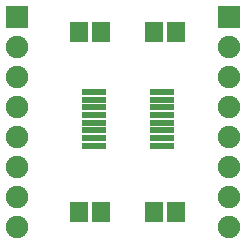
<source format=gts>
G04 DipTrace 3.1.0.1*
G04 HelloWorld1.gts*
%MOIN*%
G04 #@! TF.FileFunction,Soldermask,Top*
G04 #@! TF.Part,Single*
%ADD25R,0.078866X0.023748*%
%ADD27C,0.074929*%
%ADD29R,0.074929X0.074929*%
%ADD31R,0.059181X0.067055*%
%FSLAX26Y26*%
G04*
G70*
G90*
G75*
G01*
G04 TopMask*
%LPD*%
D31*
X753724Y1144000D3*
X678921D3*
X1003724D3*
X928921D3*
X678921Y544000D3*
X753724D3*
D29*
X474000Y1194000D3*
D27*
Y1094000D3*
Y994000D3*
Y894000D3*
Y794000D3*
Y694000D3*
Y594000D3*
Y494000D3*
D29*
X1178921Y1194000D3*
D27*
Y1094000D3*
Y994000D3*
Y894000D3*
Y794000D3*
Y694000D3*
Y594000D3*
Y494000D3*
D31*
X928921Y544000D3*
X1003724D3*
D25*
X728921Y944000D3*
Y918409D3*
Y892819D3*
Y867228D3*
Y841638D3*
Y816047D3*
Y790457D3*
Y764866D3*
X957276D3*
X957268Y790457D3*
Y816047D3*
Y841638D3*
Y867228D3*
Y892819D3*
Y918409D3*
Y944000D3*
M02*

</source>
